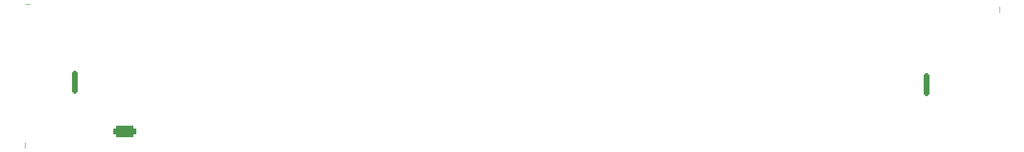
<source format=gbo>
%TF.GenerationSoftware,KiCad,Pcbnew,(6.0.1)*%
%TF.CreationDate,2022-04-19T11:58:33-07:00*%
%TF.ProjectId,Motherboard,4d6f7468-6572-4626-9f61-72642e6b6963,rev?*%
%TF.SameCoordinates,Original*%
%TF.FileFunction,Legend,Bot*%
%TF.FilePolarity,Positive*%
%FSLAX46Y46*%
G04 Gerber Fmt 4.6, Leading zero omitted, Abs format (unit mm)*
G04 Created by KiCad (PCBNEW (6.0.1)) date 2022-04-19 11:58:33*
%MOMM*%
%LPD*%
G01*
G04 APERTURE LIST*
G04 Aperture macros list*
%AMRoundRect*
0 Rectangle with rounded corners*
0 $1 Rounding radius*
0 $2 $3 $4 $5 $6 $7 $8 $9 X,Y pos of 4 corners*
0 Add a 4 corners polygon primitive as box body*
4,1,4,$2,$3,$4,$5,$6,$7,$8,$9,$2,$3,0*
0 Add four circle primitives for the rounded corners*
1,1,$1+$1,$2,$3*
1,1,$1+$1,$4,$5*
1,1,$1+$1,$6,$7*
1,1,$1+$1,$8,$9*
0 Add four rect primitives between the rounded corners*
20,1,$1+$1,$2,$3,$4,$5,0*
20,1,$1+$1,$4,$5,$6,$7,0*
20,1,$1+$1,$6,$7,$8,$9,0*
20,1,$1+$1,$8,$9,$2,$3,0*%
G04 Aperture macros list end*
%ADD10C,0.120000*%
%ADD11R,1.700000X1.700000*%
%ADD12C,2.050000*%
%ADD13C,2.250000*%
%ADD14R,2.500000X2.500000*%
%ADD15O,2.500000X2.500000*%
%ADD16O,1.700000X1.700000*%
%ADD17RoundRect,0.500000X1.500000X-0.500000X1.500000X0.500000X-1.500000X0.500000X-1.500000X-0.500000X0*%
%ADD18C,1.524000*%
%ADD19C,3.300000*%
%ADD20C,2.500000*%
%ADD21RoundRect,0.850000X-0.850000X-2.150000X0.850000X-2.150000X0.850000X2.150000X-0.850000X2.150000X0*%
%ADD22O,7.000000X3.500000*%
%ADD23O,7.300000X3.500000*%
%ADD24C,4.500000*%
%ADD25C,3.100000*%
%ADD26RoundRect,0.850000X0.850000X2.150000X-0.850000X2.150000X-0.850000X-2.150000X0.850000X-2.150000X0*%
%ADD27RoundRect,0.250000X-0.250000X-1.750000X0.250000X-1.750000X0.250000X1.750000X-0.250000X1.750000X0*%
%ADD28C,3.000000*%
%ADD29R,1.524000X1.524000*%
%ADD30R,1.500000X1.500000*%
%ADD31C,1.500000*%
%ADD32C,3.500000*%
%ADD33R,2.000000X2.500000*%
G04 APERTURE END LIST*
D10*
%TO.C,J22*%
X126100000Y-205850000D02*
X126100000Y-206850000D01*
X298100000Y-182850000D02*
X298100000Y-181850000D01*
X127100000Y-181350000D02*
X126100000Y-181350000D01*
%TD*%
%LPC*%
D11*
%TO.C,J10*%
X200600000Y-105300000D03*
%TD*%
D12*
%TO.C,J8*%
X177000000Y-66000000D03*
D13*
X174460000Y-63460000D03*
X179540000Y-63460000D03*
X179540000Y-68540000D03*
X174460000Y-68540000D03*
%TD*%
D14*
%TO.C,K1*%
X277407500Y-65342500D03*
D15*
X256407500Y-65342500D03*
X259907500Y-72842500D03*
X277407500Y-72842500D03*
%TD*%
D11*
%TO.C,J14*%
X224075000Y-105600000D03*
D16*
X224075000Y-108140000D03*
%TD*%
D17*
%TO.C,U1*%
X143755000Y-102450000D03*
X143755000Y-203950000D03*
D18*
X144455000Y-136680000D03*
X144455000Y-139280000D03*
X144455000Y-134180000D03*
X144455000Y-177450000D03*
X144455000Y-180150000D03*
%TD*%
D19*
%TO.C,J21*%
X127895000Y-107450000D03*
D20*
X127895000Y-103350000D03*
X127895000Y-99950000D03*
D21*
X291495000Y-115050000D03*
D20*
X241995000Y-98650000D03*
X238895000Y-98636052D03*
X293895000Y-100050000D03*
X293795000Y-103250000D03*
%TD*%
D22*
%TO.C,J6*%
X140567500Y-82800000D03*
D23*
X140367500Y-53000000D03*
D24*
X140667500Y-74000000D03*
%TD*%
D12*
%TO.C,J4*%
X134366000Y-119126000D03*
D13*
X131826000Y-116586000D03*
X136906000Y-116586000D03*
X131826000Y-121666000D03*
X136906000Y-121666000D03*
%TD*%
D11*
%TO.C,J15*%
X221050000Y-123250000D03*
D16*
X221050000Y-125790000D03*
X221050000Y-128330000D03*
%TD*%
D11*
%TO.C,J20*%
X215775000Y-105600000D03*
D16*
X215775000Y-108140000D03*
%TD*%
D11*
%TO.C,J2*%
X250000000Y-78750000D03*
D16*
X247460000Y-78750000D03*
X244920000Y-78750000D03*
%TD*%
D19*
%TO.C,J22*%
X206600000Y-200350000D03*
D25*
X294700000Y-190150000D03*
D26*
X292200000Y-174150000D03*
D20*
X128600000Y-188350000D03*
X210900000Y-200350000D03*
D25*
X294700000Y-197550000D03*
X294700000Y-193350000D03*
D19*
X128600000Y-192650000D03*
D20*
X128700000Y-185250000D03*
X214204026Y-200350000D03*
%TD*%
D18*
%TO.C,U3*%
X234745000Y-117755000D03*
X234745000Y-120355000D03*
X268495000Y-143955000D03*
X284845000Y-124705000D03*
X234745000Y-122855000D03*
X271095000Y-143955000D03*
X273595000Y-143955000D03*
X284845000Y-127205000D03*
%TD*%
D27*
%TO.C,H1*%
X285250000Y-195600000D03*
%TD*%
D28*
%TO.C,U2*%
X207550000Y-191855000D03*
X151350000Y-162955000D03*
X152650000Y-117355000D03*
X207550000Y-117355000D03*
D18*
X154750000Y-138255000D03*
X154750000Y-135755000D03*
X154750000Y-140855000D03*
X157350000Y-135755000D03*
D29*
X157350000Y-140855000D03*
D18*
X157350000Y-138255000D03*
X187350000Y-114055000D03*
D29*
X190050000Y-114055000D03*
D18*
X195950000Y-114055000D03*
D29*
X198650000Y-114055000D03*
%TD*%
D11*
%TO.C,J9*%
X239850000Y-81450000D03*
%TD*%
D30*
%TO.C,J16*%
X224670000Y-187450000D03*
D31*
X222170000Y-187450000D03*
X220170000Y-187450000D03*
X217670000Y-187450000D03*
X224670000Y-184830000D03*
X222170000Y-184830000D03*
X220170000Y-184830000D03*
X217670000Y-184830000D03*
D28*
X214600000Y-182120000D03*
X214600000Y-187800000D03*
X227740000Y-187800000D03*
X227740000Y-182120000D03*
%TD*%
D11*
%TO.C,J5*%
X149200000Y-83400000D03*
%TD*%
D32*
%TO.C,H7*%
X276300000Y-156800000D03*
%TD*%
D11*
%TO.C,J1*%
X211700000Y-74167500D03*
D16*
X211700000Y-70287500D03*
X215250000Y-74237500D03*
X215150000Y-70287500D03*
X218700000Y-74337500D03*
X218750000Y-70287500D03*
X224200000Y-74187500D03*
X224200000Y-70337500D03*
X227700000Y-74137500D03*
X227700000Y-70387500D03*
X233200000Y-74137500D03*
X233200000Y-70237500D03*
X236700000Y-74137500D03*
X236700000Y-70237500D03*
X240200000Y-74187500D03*
X240200000Y-70237500D03*
D28*
X247450000Y-64637500D03*
X204400000Y-64687500D03*
%TD*%
D27*
%TO.C,H2*%
X134950000Y-195200000D03*
%TD*%
D11*
%TO.C,J18*%
X220075000Y-105600000D03*
D16*
X220075000Y-108140000D03*
%TD*%
D11*
%TO.C,J19*%
X221225000Y-139575000D03*
D16*
X221225000Y-142115000D03*
X221225000Y-144655000D03*
%TD*%
D11*
%TO.C,J3*%
X250000000Y-84400000D03*
D16*
X247460000Y-84400000D03*
X244920000Y-84400000D03*
%TD*%
D27*
%TO.C,H4*%
X285350000Y-96500000D03*
%TD*%
D32*
%TO.C,H6*%
X276300000Y-199400000D03*
%TD*%
D11*
%TO.C,U4*%
X211900000Y-88000000D03*
D16*
X209360000Y-88000000D03*
X206820000Y-88000000D03*
X204280000Y-88000000D03*
%TD*%
D27*
%TO.C,H3*%
X134050000Y-96750000D03*
%TD*%
D11*
%TO.C,J17*%
X219550000Y-80375000D03*
D16*
X222090000Y-80375000D03*
%TD*%
D32*
%TO.C,H5*%
X233700000Y-156800000D03*
%TD*%
D11*
%TO.C,J7*%
X271100000Y-150125000D03*
D16*
X273640000Y-150125000D03*
%TD*%
D20*
%TO.C,U6*%
X178732000Y-97729000D03*
X153332000Y-73129000D03*
X178732000Y-73029000D03*
X153332000Y-97729000D03*
D33*
X178832000Y-86429000D03*
D20*
X178832000Y-82629000D03*
D12*
X166032000Y-66129000D03*
D13*
X163492000Y-68669000D03*
X163492000Y-63589000D03*
X168572000Y-63589000D03*
X168572000Y-68669000D03*
D12*
X167132000Y-104559000D03*
D13*
X169672000Y-102019000D03*
X169672000Y-107099000D03*
X164592000Y-102019000D03*
X164592000Y-107099000D03*
%TD*%
D32*
%TO.C,H8*%
X233700000Y-199400000D03*
%TD*%
M02*

</source>
